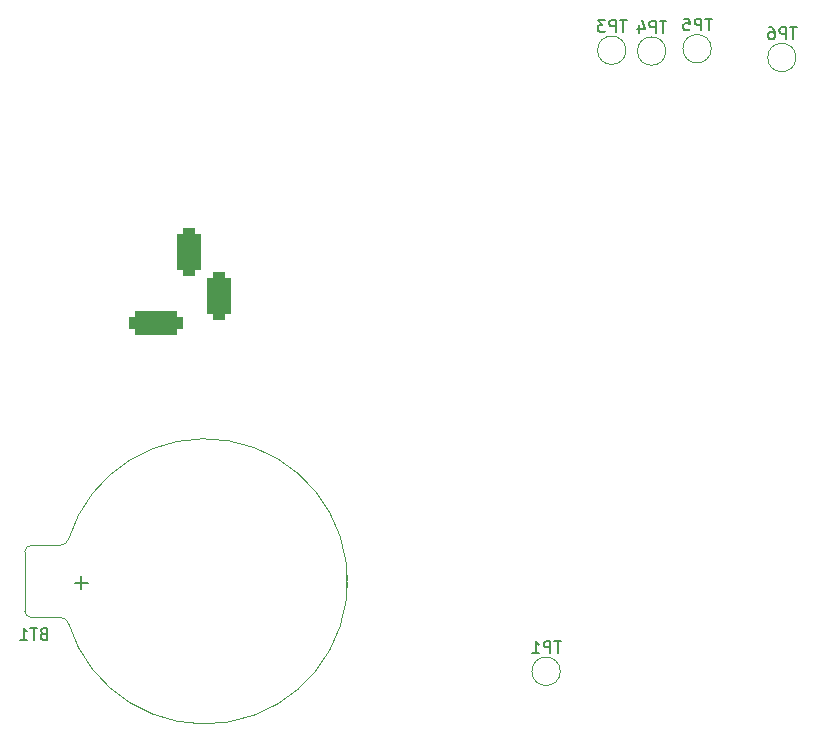
<source format=gbr>
%TF.GenerationSoftware,KiCad,Pcbnew,(6.0.5)*%
%TF.CreationDate,2022-07-21T20:49:42-04:00*%
%TF.ProjectId,Kyamaries-HPS-Clock,4b79616d-6172-4696-9573-2d4850532d43,rev?*%
%TF.SameCoordinates,PX4cdb1d4PY8a63396*%
%TF.FileFunction,Legend,Bot*%
%TF.FilePolarity,Positive*%
%FSLAX46Y46*%
G04 Gerber Fmt 4.6, Leading zero omitted, Abs format (unit mm)*
G04 Created by KiCad (PCBNEW (6.0.5)) date 2022-07-21 20:49:42*
%MOMM*%
%LPD*%
G01*
G04 APERTURE LIST*
G04 Aperture macros list*
%AMRoundRect*
0 Rectangle with rounded corners*
0 $1 Rounding radius*
0 $2 $3 $4 $5 $6 $7 $8 $9 X,Y pos of 4 corners*
0 Add a 4 corners polygon primitive as box body*
4,1,4,$2,$3,$4,$5,$6,$7,$8,$9,$2,$3,0*
0 Add four circle primitives for the rounded corners*
1,1,$1+$1,$2,$3*
1,1,$1+$1,$4,$5*
1,1,$1+$1,$6,$7*
1,1,$1+$1,$8,$9*
0 Add four rect primitives between the rounded corners*
20,1,$1+$1,$2,$3,$4,$5,0*
20,1,$1+$1,$4,$5,$6,$7,0*
20,1,$1+$1,$6,$7,$8,$9,0*
20,1,$1+$1,$8,$9,$2,$3,0*%
G04 Aperture macros list end*
%ADD10C,0.150000*%
%ADD11C,0.120000*%
%ADD12C,3.200000*%
%ADD13C,1.440000*%
%ADD14C,2.000000*%
%ADD15C,3.000000*%
%ADD16R,1.800000X2.600000*%
%ADD17O,1.800000X2.600000*%
%ADD18R,1.700000X1.700000*%
%ADD19O,1.700000X1.700000*%
%ADD20RoundRect,0.500000X1.750000X0.500000X-1.750000X0.500000X-1.750000X-0.500000X1.750000X-0.500000X0*%
%ADD21RoundRect,0.500000X0.500000X-1.500000X0.500000X1.500000X-0.500000X1.500000X-0.500000X-1.500000X0*%
%ADD22R,1.600000X1.600000*%
%ADD23O,1.600000X1.600000*%
%ADD24R,3.000000X3.000000*%
G04 APERTURE END LIST*
D10*
%TO.C,TP1*%
X50212636Y20655530D02*
X49641208Y20655530D01*
X49926922Y19655530D02*
X49926922Y20655530D01*
X49307874Y19655530D02*
X49307874Y20655530D01*
X48926922Y20655530D01*
X48831684Y20607910D01*
X48784065Y20560291D01*
X48736446Y20465053D01*
X48736446Y20322196D01*
X48784065Y20226958D01*
X48831684Y20179339D01*
X48926922Y20131720D01*
X49307874Y20131720D01*
X47784065Y19655530D02*
X48355493Y19655530D01*
X48069779Y19655530D02*
X48069779Y20655530D01*
X48165017Y20512672D01*
X48260255Y20417434D01*
X48355493Y20369815D01*
%TO.C,TP3*%
X55769403Y73239012D02*
X55197975Y73239012D01*
X55483689Y72239012D02*
X55483689Y73239012D01*
X54864641Y72239012D02*
X54864641Y73239012D01*
X54483689Y73239012D01*
X54388451Y73191392D01*
X54340832Y73143773D01*
X54293213Y73048535D01*
X54293213Y72905678D01*
X54340832Y72810440D01*
X54388451Y72762821D01*
X54483689Y72715202D01*
X54864641Y72715202D01*
X53959879Y73239012D02*
X53340832Y73239012D01*
X53674165Y72858059D01*
X53531308Y72858059D01*
X53436070Y72810440D01*
X53388451Y72762821D01*
X53340832Y72667583D01*
X53340832Y72429488D01*
X53388451Y72334250D01*
X53436070Y72286631D01*
X53531308Y72239012D01*
X53817022Y72239012D01*
X53912260Y72286631D01*
X53959879Y72334250D01*
%TO.C,TP4*%
X59147235Y73170237D02*
X58575807Y73170237D01*
X58861521Y72170237D02*
X58861521Y73170237D01*
X58242473Y72170237D02*
X58242473Y73170237D01*
X57861521Y73170237D01*
X57766283Y73122617D01*
X57718664Y73074998D01*
X57671045Y72979760D01*
X57671045Y72836903D01*
X57718664Y72741665D01*
X57766283Y72694046D01*
X57861521Y72646427D01*
X58242473Y72646427D01*
X56813902Y72836903D02*
X56813902Y72170237D01*
X57051997Y73217856D02*
X57290092Y72503570D01*
X56671045Y72503570D01*
%TO.C,TP6*%
X70172281Y72628283D02*
X69600853Y72628283D01*
X69886567Y71628283D02*
X69886567Y72628283D01*
X69267519Y71628283D02*
X69267519Y72628283D01*
X68886567Y72628283D01*
X68791329Y72580663D01*
X68743710Y72533044D01*
X68696091Y72437806D01*
X68696091Y72294949D01*
X68743710Y72199711D01*
X68791329Y72152092D01*
X68886567Y72104473D01*
X69267519Y72104473D01*
X67838948Y72628283D02*
X68029424Y72628283D01*
X68124662Y72580663D01*
X68172281Y72533044D01*
X68267519Y72390187D01*
X68315138Y72199711D01*
X68315138Y71818759D01*
X68267519Y71723521D01*
X68219900Y71675902D01*
X68124662Y71628283D01*
X67934186Y71628283D01*
X67838948Y71675902D01*
X67791329Y71723521D01*
X67743710Y71818759D01*
X67743710Y72056854D01*
X67791329Y72152092D01*
X67838948Y72199711D01*
X67934186Y72247330D01*
X68124662Y72247330D01*
X68219900Y72199711D01*
X68267519Y72152092D01*
X68315138Y72056854D01*
%TO.C,TP5*%
X62997526Y73376561D02*
X62426098Y73376561D01*
X62711812Y72376561D02*
X62711812Y73376561D01*
X62092764Y72376561D02*
X62092764Y73376561D01*
X61711812Y73376561D01*
X61616574Y73328941D01*
X61568955Y73281322D01*
X61521336Y73186084D01*
X61521336Y73043227D01*
X61568955Y72947989D01*
X61616574Y72900370D01*
X61711812Y72852751D01*
X62092764Y72852751D01*
X60616574Y73376561D02*
X61092764Y73376561D01*
X61140383Y72900370D01*
X61092764Y72947989D01*
X60997526Y72995608D01*
X60759431Y72995608D01*
X60664193Y72947989D01*
X60616574Y72900370D01*
X60568955Y72805132D01*
X60568955Y72567037D01*
X60616574Y72471799D01*
X60664193Y72424180D01*
X60759431Y72376561D01*
X60997526Y72376561D01*
X61092764Y72424180D01*
X61140383Y72471799D01*
%TO.C,BT1*%
X6392760Y21301355D02*
X6249903Y21253736D01*
X6202284Y21206117D01*
X6154665Y21110879D01*
X6154665Y20968022D01*
X6202284Y20872784D01*
X6249903Y20825165D01*
X6345141Y20777546D01*
X6726093Y20777546D01*
X6726093Y21777546D01*
X6392760Y21777546D01*
X6297522Y21729926D01*
X6249903Y21682307D01*
X6202284Y21587069D01*
X6202284Y21491831D01*
X6249903Y21396593D01*
X6297522Y21348974D01*
X6392760Y21301355D01*
X6726093Y21301355D01*
X5868950Y21777546D02*
X5297522Y21777546D01*
X5583236Y20777546D02*
X5583236Y21777546D01*
X4440379Y20777546D02*
X5011807Y20777546D01*
X4726093Y20777546D02*
X4726093Y21777546D01*
X4821331Y21634688D01*
X4916569Y21539450D01*
X5011807Y21491831D01*
X10178474Y25622784D02*
X9035617Y25622784D01*
X9607046Y25051355D02*
X9607046Y26194212D01*
D11*
%TO.C,TP1*%
X50150732Y18109910D02*
G75*
G03*
X50150732Y18109910I-1200000J0D01*
G01*
%TO.C,TP3*%
X55707499Y70693392D02*
G75*
G03*
X55707499Y70693392I-1200000J0D01*
G01*
%TO.C,TP4*%
X59085331Y70624617D02*
G75*
G03*
X59085331Y70624617I-1200000J0D01*
G01*
%TO.C,TP6*%
X70110377Y70082663D02*
G75*
G03*
X70110377Y70082663I-1200000J0D01*
G01*
%TO.C,TP5*%
X62935622Y70830941D02*
G75*
G03*
X62935622Y70830941I-1200000J0D01*
G01*
%TO.C,BT1*%
X4807046Y23229926D02*
X4807046Y28229926D01*
X7807046Y22679926D02*
X5357046Y22679926D01*
X5357046Y28779926D02*
X7807046Y28779926D01*
X32120489Y25213935D02*
G75*
G03*
X8507046Y29249926I-12063443J515991D01*
G01*
X8511815Y22186441D02*
G75*
G03*
X7807046Y22679926I-704769J-256515D01*
G01*
X8507046Y22209926D02*
G75*
G03*
X32120489Y26245917I11550000J3520000D01*
G01*
X7807046Y28779926D02*
G75*
G03*
X8511815Y29273411I0J750000D01*
G01*
X4807046Y23229926D02*
G75*
G03*
X5357046Y22679926I549999J-1D01*
G01*
X5357046Y28779926D02*
G75*
G03*
X4807046Y28229926I-1J-549999D01*
G01*
%TD*%
%LPC*%
D12*
%TO.C,H4*%
X134410732Y5109910D03*
%TD*%
D13*
%TO.C,RV1*%
X21010732Y76529910D03*
X23550732Y79069910D03*
X21010732Y81609910D03*
%TD*%
D14*
%TO.C,TP2*%
X113578740Y83329643D03*
%TD*%
D15*
%TO.C,DS1*%
X34311632Y76529910D03*
X109310212Y45529210D03*
X34311632Y45529210D03*
X109310732Y76529910D03*
D16*
X39810732Y76529910D03*
D17*
X42350732Y76529910D03*
X44890732Y76529910D03*
X47430732Y76529910D03*
X49970732Y76529910D03*
X52510732Y76529910D03*
X55050732Y76529910D03*
X57590732Y76529910D03*
X60130732Y76529910D03*
X62670732Y76529910D03*
X65210732Y76529910D03*
X67750732Y76529910D03*
X70290732Y76529910D03*
X72830732Y76529910D03*
X75370732Y76529910D03*
X77910732Y76529910D03*
%TD*%
D18*
%TO.C,J1*%
X120070732Y11759910D03*
D19*
X120070732Y14299910D03*
X120070732Y16839910D03*
X120070732Y19379910D03*
X120070732Y21919910D03*
X120070732Y24459910D03*
%TD*%
D18*
%TO.C,J3*%
X71810732Y35889910D03*
D19*
X74350732Y35889910D03*
X71810732Y33349910D03*
X74350732Y33349910D03*
X71810732Y30809910D03*
X74350732Y30809910D03*
%TD*%
D12*
%TO.C,H2*%
X134410732Y85109910D03*
%TD*%
D20*
%TO.C,J2*%
X15930732Y47629910D03*
D21*
X21230732Y49929910D03*
X18730732Y53629910D03*
%TD*%
D12*
%TO.C,H3*%
X4410732Y5109910D03*
%TD*%
D22*
%TO.C,U3*%
X40033426Y37166191D03*
D23*
X40033426Y34626191D03*
X40033426Y32086191D03*
X40033426Y29546191D03*
X47653426Y29546191D03*
X47653426Y32086191D03*
X47653426Y34626191D03*
X47653426Y37166191D03*
%TD*%
D12*
%TO.C,H1*%
X4410732Y85109910D03*
%TD*%
D22*
%TO.C,U1*%
X47690732Y14309910D03*
D23*
X50230732Y14309910D03*
X52770732Y14309910D03*
X55310732Y14309910D03*
X57850732Y14309910D03*
X60390732Y14309910D03*
X62930732Y14309910D03*
X65470732Y14309910D03*
X68010732Y14309910D03*
X70550732Y14309910D03*
X73090732Y14309910D03*
X75630732Y14309910D03*
X78170732Y14309910D03*
X80710732Y14309910D03*
X80710732Y21929910D03*
X78170732Y21929910D03*
X75630732Y21929910D03*
X73090732Y21929910D03*
X70550732Y21929910D03*
X68010732Y21929910D03*
X65470732Y21929910D03*
X62930732Y21929910D03*
X60390732Y21929910D03*
X57850732Y21929910D03*
X55310732Y21929910D03*
X52770732Y21929910D03*
X50230732Y21929910D03*
X47690732Y21929910D03*
%TD*%
D14*
%TO.C,TP1*%
X48950732Y18109910D03*
%TD*%
%TO.C,TP3*%
X54507499Y70693392D03*
%TD*%
%TO.C,TP4*%
X57885331Y70624617D03*
%TD*%
%TO.C,TP6*%
X68910377Y70082663D03*
%TD*%
%TO.C,TP5*%
X61735622Y70830941D03*
%TD*%
D24*
%TO.C,BT1*%
X6857046Y25729926D03*
D15*
X27347046Y25729926D03*
%TD*%
M02*

</source>
